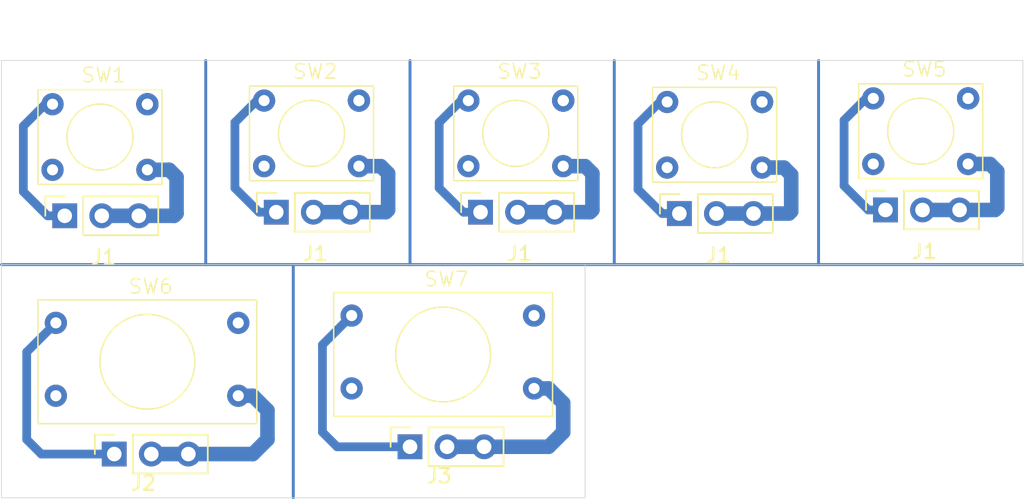
<source format=kicad_pcb>
(kicad_pcb (version 20240108) (generator "pcbnew") (generator_version "8.0")
  (layers (0 "F.Cu" signal) (31 "B.Cu" signal) (34 "B.Paste" user) (35 "F.Paste" user) (36 "B.SilkS" user "B.Silkscreen") (37 "F.SilkS" user "F.Silkscreen") (38 "B.Mask" user) (39 "F.Mask" user) (44 "Edge.Cuts" user))
  (net 0 "")
  (net 1 "GND")
  (net 2 "/D1")
  (footprint "Libreria Personal:Micro Pulsador" (layer "F.Cu") (at 102.5 66.5)
    (property "Reference" "SW1" (at -0.5 4.5 0) (layer "F.SilkS") (effects (font (thickness 0.1))))
    (property "Value" "SW_DIP_x02" (hide yes))
    (fp_rect (start -5 5.5) (end 3.5 12) (stroke (width 0.1)) (fill none) (layer "F.SilkS"))
    (fp_circle (center -0.75 8.75) (end 1.5 8.5) (stroke (width 0.1)) (fill none) (layer "F.SilkS"))
    (pad "1" thru_hole circle (at -4 6.5) (size 1.524 1.524) (drill 0.762) (layers "*.Cu" "*.Mask") (net 2 "/D1"))
    (pad "2" thru_hole circle (at 2.5 6.5) (size 1.524 1.524) (drill 0.762) (layers "*.Cu" "*.Mask"))
    (pad "2" thru_hole circle (at 2.5 6.5) (size 1.524 1.524) (drill 0.762) (layers "*.Cu" "*.Mask"))
    (pad "2" thru_hole circle (at 2.5 6.5) (size 1.524 1.524) (drill 0.762) (layers "*.Cu" "*.Mask"))
    (pad "3" thru_hole circle (at -4 11) (size 1.524 1.524) (drill 0.762) (layers "*.Cu" "*.Mask"))
    (pad "4" thru_hole circle (at 2.5 11) (size 1.524 1.524) (drill 0.762) (layers "*.Cu" "*.Mask") (net 1 "GND"))
  )
  (footprint "Connector_PinSocket_2.54mm:PinSocket_1x03_P2.54mm_Vertical" (layer "F.Cu") (at 127.835 80.405 90)
    (property "Reference" "J1" (at -2.845 2.665 180) (layer "F.SilkS"))
    (property "Value" "Conn_01x03_Pin" (hide yes))
    (fp_line (start 1.33 -1.33) (end 1.33 0) (stroke (width 0.12)) (layer "F.SilkS"))
    (fp_line (start 0 -1.33) (end 1.33 -1.33) (stroke (width 0.12)) (layer "F.SilkS"))
    (fp_line (start 1.33 1.27) (end 1.33 6.41) (stroke (width 0.12)) (layer "F.SilkS"))
    (fp_line (start -1.33 1.27) (end 1.33 1.27) (stroke (width 0.12)) (layer "F.SilkS"))
    (fp_line (start -1.33 1.27) (end -1.33 6.41) (stroke (width 0.12)) (layer "F.SilkS"))
    (fp_line (start -1.33 6.41) (end 1.33 6.41) (stroke (width 0.12)) (layer "F.SilkS"))
    (pad "1" thru_hole rect (at 0 0 90) (size 1.7 1.7) (drill 1) (layers "*.Cu" "*.Mask") (net 2 "/D1"))
    (pad "2" thru_hole oval (at 0 2.54 90) (size 1.7 1.7) (drill 1) (layers "*.Cu" "*.Mask") (net 1 "GND"))
    (pad "3" thru_hole oval (at 0 5.08 90) (size 1.7 1.7) (drill 1) (layers "*.Cu" "*.Mask") (net 1 "GND"))
  )
  (footprint "Libreria Personal:Micro Pulsador" (layer "F.Cu") (at 158.75 66.1)
    (property "Reference" "SW5" (at -0.5 4.5 0) (layer "F.SilkS") (effects (font (thickness 0.1))))
    (property "Value" "SW_DIP_x02" (hide yes))
    (fp_rect (start -5 5.5) (end 3.5 12) (stroke (width 0.1)) (fill none) (layer "F.SilkS"))
    (fp_circle (center -0.75 8.75) (end 1.5 8.5) (stroke (width 0.1)) (fill none) (layer "F.SilkS"))
    (pad "1" thru_hole circle (at -4 6.5) (size 1.524 1.524) (drill 0.762) (layers "*.Cu" "*.Mask") (net 2 "/D1"))
    (pad "2" thru_hole circle (at 2.5 6.5) (size 1.524 1.524) (drill 0.762) (layers "*.Cu" "*.Mask"))
    (pad "2" thru_hole circle (at 2.5 6.5) (size 1.524 1.524) (drill 0.762) (layers "*.Cu" "*.Mask"))
    (pad "2" thru_hole circle (at 2.5 6.5) (size 1.524 1.524) (drill 0.762) (layers "*.Cu" "*.Mask"))
    (pad "3" thru_hole circle (at -4 11) (size 1.524 1.524) (drill 0.762) (layers "*.Cu" "*.Mask"))
    (pad "4" thru_hole circle (at 2.5 11) (size 1.524 1.524) (drill 0.762) (layers "*.Cu" "*.Mask") (net 1 "GND"))
  )
  (footprint "Libreria Personal:Micro Pulsador" (layer "F.Cu") (at 117 66.25)
    (property "Reference" "SW2" (at -0.5 4.5 0) (layer "F.SilkS") (effects (font (thickness 0.1))))
    (property "Value" "SW_DIP_x02" (hide yes))
    (fp_rect (start -5 5.5) (end 3.5 12) (stroke (width 0.1)) (fill none) (layer "F.SilkS"))
    (fp_circle (center -0.75 8.75) (end 1.5 8.5) (stroke (width 0.1)) (fill none) (layer "F.SilkS"))
    (pad "1" thru_hole circle (at -4 6.5) (size 1.524 1.524) (drill 0.762) (layers "*.Cu" "*.Mask") (net 2 "/D1"))
    (pad "2" thru_hole circle (at 2.5 6.5) (size 1.524 1.524) (drill 0.762) (layers "*.Cu" "*.Mask"))
    (pad "2" thru_hole circle (at 2.5 6.5) (size 1.524 1.524) (drill 0.762) (layers "*.Cu" "*.Mask"))
    (pad "2" thru_hole circle (at 2.5 6.5) (size 1.524 1.524) (drill 0.762) (layers "*.Cu" "*.Mask"))
    (pad "3" thru_hole circle (at -4 11) (size 1.524 1.524) (drill 0.762) (layers "*.Cu" "*.Mask"))
    (pad "4" thru_hole circle (at 2.5 11) (size 1.524 1.524) (drill 0.762) (layers "*.Cu" "*.Mask") (net 1 "GND"))
  )
  (footprint "Libreria Personal:Pulsador grande" (layer "F.Cu") (at 102.5 81.917465)
    (property "Reference" "SW6" (at 2.729671 3.582535 0) (layer "F.SilkS") (effects (font (thickness 0.1))))
    (property "Value" "SW_DIP_x02" (hide yes))
    (fp_rect (start -5 4.5) (end 10 13) (stroke (width 0.1)) (fill none) (layer "F.SilkS"))
    (fp_circle (center 2.5 8.75) (end 5.5 7.5) (stroke (width 0.1)) (fill none) (layer "F.SilkS"))
    (pad "1" thru_hole circle (at -3.770329 6.082535) (size 1.524 1.524) (drill 0.762) (layers "*.Cu" "*.Mask") (net 2 "/D1"))
    (pad "2" thru_hole circle (at 8.729671 6.082535) (size 1.524 1.524) (drill 0.762) (layers "*.Cu" "*.Mask"))
    (pad "3" thru_hole circle (at -3.770329 11.082535) (size 1.524 1.524) (drill 0.762) (layers "*.Cu" "*.Mask"))
    (pad "4" thru_hole circle (at 8.729671 11.082535) (size 1.524 1.524) (drill 0.762) (layers "*.Cu" "*.Mask") (net 1 "GND"))
  )
  (footprint "Connector_PinSocket_2.54mm:PinSocket_1x03_P2.54mm_Vertical" (layer "F.Cu") (at 99.335 80.655 90)
    (property "Reference" "J1" (at -2.845 2.665 180) (layer "F.SilkS"))
    (property "Value" "Conn_01x03_Pin" (hide yes))
    (fp_line (start 1.33 -1.33) (end 1.33 0) (stroke (width 0.12)) (layer "F.SilkS"))
    (fp_line (start 0 -1.33) (end 1.33 -1.33) (stroke (width 0.12)) (layer "F.SilkS"))
    (fp_line (start 1.33 1.27) (end 1.33 6.41) (stroke (width 0.12)) (layer "F.SilkS"))
    (fp_line (start -1.33 1.27) (end 1.33 1.27) (stroke (width 0.12)) (layer "F.SilkS"))
    (fp_line (start -1.33 1.27) (end -1.33 6.41) (stroke (width 0.12)) (layer "F.SilkS"))
    (fp_line (start -1.33 6.41) (end 1.33 6.41) (stroke (width 0.12)) (layer "F.SilkS"))
    (pad "1" thru_hole rect (at 0 0 90) (size 1.7 1.7) (drill 1) (layers "*.Cu" "*.Mask") (net 2 "/D1"))
    (pad "2" thru_hole oval (at 0 2.54 90) (size 1.7 1.7) (drill 1) (layers "*.Cu" "*.Mask") (net 1 "GND"))
    (pad "3" thru_hole oval (at 0 5.08 90) (size 1.7 1.7) (drill 1) (layers "*.Cu" "*.Mask") (net 1 "GND"))
  )
  (footprint "Libreria Personal:Pulsador grande" (layer "F.Cu") (at 122.770329 81.417465)
    (property "Reference" "SW7" (at 2.729671 3.582535 0) (layer "F.SilkS") (effects (font (thickness 0.1))))
    (property "Value" "SW_DIP_x02" (hide yes))
    (fp_rect (start -5 4.5) (end 10 13) (stroke (width 0.1)) (fill none) (layer "F.SilkS"))
    (fp_circle (center 2.5 8.75) (end 5.5 7.5) (stroke (width 0.1)) (fill none) (layer "F.SilkS"))
    (pad "1" thru_hole circle (at -3.770329 6.082535) (size 1.524 1.524) (drill 0.762) (layers "*.Cu" "*.Mask") (net 2 "/D1"))
    (pad "2" thru_hole circle (at 8.729671 6.082535) (size 1.524 1.524) (drill 0.762) (layers "*.Cu" "*.Mask"))
    (pad "3" thru_hole circle (at -3.770329 11.082535) (size 1.524 1.524) (drill 0.762) (layers "*.Cu" "*.Mask"))
    (pad "4" thru_hole circle (at 8.729671 11.082535) (size 1.524 1.524) (drill 0.762) (layers "*.Cu" "*.Mask") (net 1 "GND"))
  )
  (footprint "Libreria Personal:Micro Pulsador" (layer "F.Cu") (at 144.625 66.345)
    (property "Reference" "SW4" (at -0.5 4.5 0) (layer "F.SilkS") (effects (font (thickness 0.1))))
    (property "Value" "SW_DIP_x02" (hide yes))
    (fp_rect (start -5 5.5) (end 3.5 12) (stroke (width 0.1)) (fill none) (layer "F.SilkS"))
    (fp_circle (center -0.75 8.75) (end 1.5 8.5) (stroke (width 0.1)) (fill none) (layer "F.SilkS"))
    (pad "1" thru_hole circle (at -4 6.5) (size 1.524 1.524) (drill 0.762) (layers "*.Cu" "*.Mask") (net 2 "/D1"))
    (pad "2" thru_hole circle (at 2.5 6.5) (size 1.524 1.524) (drill 0.762) (layers "*.Cu" "*.Mask"))
    (pad "2" thru_hole circle (at 2.5 6.5) (size 1.524 1.524) (drill 0.762) (layers "*.Cu" "*.Mask"))
    (pad "2" thru_hole circle (at 2.5 6.5) (size 1.524 1.524) (drill 0.762) (layers "*.Cu" "*.Mask"))
    (pad "3" thru_hole circle (at -4 11) (size 1.524 1.524) (drill 0.762) (layers "*.Cu" "*.Mask"))
    (pad "4" thru_hole circle (at 2.5 11) (size 1.524 1.524) (drill 0.762) (layers "*.Cu" "*.Mask") (net 1 "GND"))
  )
  (footprint "Libreria Personal:Micro Pulsador" (layer "F.Cu") (at 131 66.25)
    (property "Reference" "SW3" (at -0.5 4.5 0) (layer "F.SilkS") (effects (font (thickness 0.1))))
    (property "Value" "SW_DIP_x02" (hide yes))
    (fp_rect (start -5 5.5) (end 3.5 12) (stroke (width 0.1)) (fill none) (layer "F.SilkS"))
    (fp_circle (center -0.75 8.75) (end 1.5 8.5) (stroke (width 0.1)) (fill none) (layer "F.SilkS"))
    (pad "1" thru_hole circle (at -4 6.5) (size 1.524 1.524) (drill 0.762) (layers "*.Cu" "*.Mask") (net 2 "/D1"))
    (pad "2" thru_hole circle (at 2.5 6.5) (size 1.524 1.524) (drill 0.762) (layers "*.Cu" "*.Mask"))
    (pad "2" thru_hole circle (at 2.5 6.5) (size 1.524 1.524) (drill 0.762) (layers "*.Cu" "*.Mask"))
    (pad "2" thru_hole circle (at 2.5 6.5) (size 1.524 1.524) (drill 0.762) (layers "*.Cu" "*.Mask"))
    (pad "3" thru_hole circle (at -4 11) (size 1.524 1.524) (drill 0.762) (layers "*.Cu" "*.Mask"))
    (pad "4" thru_hole circle (at 2.5 11) (size 1.524 1.524) (drill 0.762) (layers "*.Cu" "*.Mask") (net 1 "GND"))
  )
  (footprint "Connector_PinSocket_2.54mm:PinSocket_1x03_P2.54mm_Vertical" (layer "F.Cu") (at 102.729671 97 90)
    (property "Reference" "J2" (at -2 2 0) (layer "F.SilkS"))
    (property "Value" "Conn_01x03_Pin" (hide yes))
    (fp_line (start 1.33 -1.33) (end 1.33 0) (stroke (width 0.12)) (layer "F.SilkS"))
    (fp_line (start 0 -1.33) (end 1.33 -1.33) (stroke (width 0.12)) (layer "F.SilkS"))
    (fp_line (start 1.33 1.27) (end 1.33 6.41) (stroke (width 0.12)) (layer "F.SilkS"))
    (fp_line (start -1.33 1.27) (end 1.33 1.27) (stroke (width 0.12)) (layer "F.SilkS"))
    (fp_line (start -1.33 1.27) (end -1.33 6.41) (stroke (width 0.12)) (layer "F.SilkS"))
    (fp_line (start -1.33 6.41) (end 1.33 6.41) (stroke (width 0.12)) (layer "F.SilkS"))
    (pad "1" thru_hole rect (at 0 0 90) (size 1.7 1.7) (drill 1) (layers "*.Cu" "*.Mask") (net 2 "/D1"))
    (pad "2" thru_hole oval (at 0 2.54 90) (size 1.7 1.7) (drill 1) (layers "*.Cu" "*.Mask") (net 1 "GND"))
    (pad "3" thru_hole oval (at 0 5.08 90) (size 1.7 1.7) (drill 1) (layers "*.Cu" "*.Mask") (net 1 "GND"))
  )
  (footprint "Connector_PinSocket_2.54mm:PinSocket_1x03_P2.54mm_Vertical" (layer "F.Cu") (at 155.585 80.255 90)
    (property "Reference" "J1" (at -2.845 2.665 180) (layer "F.SilkS"))
    (property "Value" "Conn_01x03_Pin" (hide yes))
    (fp_line (start 1.33 -1.33) (end 1.33 0) (stroke (width 0.12)) (layer "F.SilkS"))
    (fp_line (start 0 -1.33) (end 1.33 -1.33) (stroke (width 0.12)) (layer "F.SilkS"))
    (fp_line (start 1.33 1.27) (end 1.33 6.41) (stroke (width 0.12)) (layer "F.SilkS"))
    (fp_line (start -1.33 1.27) (end 1.33 1.27) (stroke (width 0.12)) (layer "F.SilkS"))
    (fp_line (start -1.33 1.27) (end -1.33 6.41) (stroke (width 0.12)) (layer "F.SilkS"))
    (fp_line (start -1.33 6.41) (end 1.33 6.41) (stroke (width 0.12)) (layer "F.SilkS"))
    (pad "1" thru_hole rect (at 0 0 90) (size 1.7 1.7) (drill 1) (layers "*.Cu" "*.Mask") (net 2 "/D1"))
    (pad "2" thru_hole oval (at 0 2.54 90) (size 1.7 1.7) (drill 1) (layers "*.Cu" "*.Mask") (net 1 "GND"))
    (pad "3" thru_hole oval (at 0 5.08 90) (size 1.7 1.7) (drill 1) (layers "*.Cu" "*.Mask") (net 1 "GND"))
  )
  (footprint "Connector_PinSocket_2.54mm:PinSocket_1x03_P2.54mm_Vertical" (layer "F.Cu") (at 141.46 80.5 90)
    (property "Reference" "J1" (at -2.845 2.665 180) (layer "F.SilkS"))
    (property "Value" "Conn_01x03_Pin" (hide yes))
    (fp_line (start 1.33 -1.33) (end 1.33 0) (stroke (width 0.12)) (layer "F.SilkS"))
    (fp_line (start 0 -1.33) (end 1.33 -1.33) (stroke (width 0.12)) (layer "F.SilkS"))
    (fp_line (start 1.33 1.27) (end 1.33 6.41) (stroke (width 0.12)) (layer "F.SilkS"))
    (fp_line (start -1.33 1.27) (end 1.33 1.27) (stroke (width 0.12)) (layer "F.SilkS"))
    (fp_line (start -1.33 1.27) (end -1.33 6.41) (stroke (width 0.12)) (layer "F.SilkS"))
    (fp_line (start -1.33 6.41) (end 1.33 6.41) (stroke (width 0.12)) (layer "F.SilkS"))
    (pad "1" thru_hole rect (at 0 0 90) (size 1.7 1.7) (drill 1) (layers "*.Cu" "*.Mask") (net 2 "/D1"))
    (pad "2" thru_hole oval (at 0 2.54 90) (size 1.7 1.7) (drill 1) (layers "*.Cu" "*.Mask") (net 1 "GND"))
    (pad "3" thru_hole oval (at 0 5.08 90) (size 1.7 1.7) (drill 1) (layers "*.Cu" "*.Mask") (net 1 "GND"))
  )
  (footprint "Connector_PinSocket_2.54mm:PinSocket_1x03_P2.54mm_Vertical" (layer "F.Cu") (at 123 96.5 90)
    (property "Reference" "J3" (at -2 2 0) (layer "F.SilkS"))
    (property "Value" "Conn_01x03_Pin" (hide yes))
    (fp_line (start 1.33 -1.33) (end 1.33 0) (stroke (width 0.12)) (layer "F.SilkS"))
    (fp_line (start 0 -1.33) (end 1.33 -1.33) (stroke (width 0.12)) (layer "F.SilkS"))
    (fp_line (start 1.33 1.27) (end 1.33 6.41) (stroke (width 0.12)) (layer "F.SilkS"))
    (fp_line (start -1.33 1.27) (end 1.33 1.27) (stroke (width 0.12)) (layer "F.SilkS"))
    (fp_line (start -1.33 1.27) (end -1.33 6.41) (stroke (width 0.12)) (layer "F.SilkS"))
    (fp_line (start -1.33 6.41) (end 1.33 6.41) (stroke (width 0.12)) (layer "F.SilkS"))
    (pad "1" thru_hole rect (at 0 0 90) (size 1.7 1.7) (drill 1) (layers "*.Cu" "*.Mask") (net 2 "/D1"))
    (pad "2" thru_hole oval (at 0 2.54 90) (size 1.7 1.7) (drill 1) (layers "*.Cu" "*.Mask") (net 1 "GND"))
    (pad "3" thru_hole oval (at 0 5.08 90) (size 1.7 1.7) (drill 1) (layers "*.Cu" "*.Mask") (net 1 "GND"))
  )
  (footprint "Connector_PinSocket_2.54mm:PinSocket_1x03_P2.54mm_Vertical" (layer "F.Cu") (at 113.835 80.405 90)
    (property "Reference" "J1" (at -2.845 2.665 180) (layer "F.SilkS"))
    (property "Value" "Conn_01x03_Pin" (hide yes))
    (fp_line (start 1.33 -1.33) (end 1.33 0) (stroke (width 0.12)) (layer "F.SilkS"))
    (fp_line (start 0 -1.33) (end 1.33 -1.33) (stroke (width 0.12)) (layer "F.SilkS"))
    (fp_line (start 1.33 1.27) (end 1.33 6.41) (stroke (width 0.12)) (layer "F.SilkS"))
    (fp_line (start -1.33 1.27) (end 1.33 1.27) (stroke (width 0.12)) (layer "F.SilkS"))
    (fp_line (start -1.33 1.27) (end -1.33 6.41) (stroke (width 0.12)) (layer "F.SilkS"))
    (fp_line (start -1.33 6.41) (end 1.33 6.41) (stroke (width 0.12)) (layer "F.SilkS"))
    (pad "1" thru_hole rect (at 0 0 90) (size 1.7 1.7) (drill 1) (layers "*.Cu" "*.Mask") (net 2 "/D1"))
    (pad "2" thru_hole oval (at 0 2.54 90) (size 1.7 1.7) (drill 1) (layers "*.Cu" "*.Mask") (net 1 "GND"))
    (pad "3" thru_hole oval (at 0 5.08 90) (size 1.7 1.7) (drill 1) (layers "*.Cu" "*.Mask") (net 1 "GND"))
  )
  (gr_line (start 151 84) (end 151 70) (stroke (width 0.2)) (layer "B.Cu"))
  (gr_line (start 95 84) (end 165 84) (stroke (width 0.2)) (layer "B.Cu"))
  (gr_line (start 137 70) (end 137 84) (stroke (width 0.2)) (layer "B.Cu"))
  (gr_line (start 109 70) (end 109 84) (stroke (width 0.2)) (layer "B.Cu"))
  (gr_line (start 123 84) (end 123 70) (stroke (width 0.2)) (layer "B.Cu"))
  (gr_line (start 115 100) (end 115 84) (stroke (width 0.2)) (layer "B.Cu"))
  (gr_line (start 95 70) (end 165 70) (stroke (width 0.05)) (layer "Edge.Cuts"))
  (gr_line (start 95 84) (end 95 100) (stroke (width 0.05)) (layer "Edge.Cuts"))
  (gr_line (start 95 100) (end 135 100) (stroke (width 0.05)) (layer "Edge.Cuts"))
  (gr_line (start 135 100) (end 135 84) (stroke (width 0.05)) (layer "Edge.Cuts"))
  (gr_line (start 165 70) (end 165 84) (stroke (width 0.05)) (layer "Edge.Cuts"))
  (gr_line (start 165 84) (end 95 84) (stroke (width 0.05)) (layer "Edge.Cuts"))
  (gr_line (start 95 84) (end 95 70) (stroke (width 0.05)) (layer "Edge.Cuts"))
  (segment (start 121.5 80.25) (end 121.5 77.75) (width 1) (layer "B.Cu") (net 1))
  (segment (start 160.665 80.255) (end 163.095 80.255) (width 1) (layer "B.Cu") (net 1))
  (segment (start 116.375 80.405) (end 118.915 80.405) (width 1) (layer "B.Cu") (net 1))
  (segment (start 113.229671 96) (end 113.229671 94) (width 1) (layer "B.Cu") (net 1))
  (segment (start 125.54 96.5) (end 128.08 96.5) (width 1) (layer "B.Cu") (net 1))
  (segment (start 147.125 77.345) (end 148.625 77.345) (width 1) (layer "B.Cu") (net 1))
  (segment (start 118.915 80.405) (end 121.345 80.405) (width 1) (layer "B.Cu") (net 1))
  (segment (start 121 77.25) (end 121.5 77.75) (width 1) (layer "B.Cu") (net 1))
  (segment (start 148.97 80.5) (end 149.125 80.345) (width 1) (layer "B.Cu") (net 1))
  (segment (start 112.229671 93) (end 111.229671 93) (width 1) (layer "B.Cu") (net 1))
  (segment (start 163.095 80.255) (end 163.25 80.1) (width 1) (layer "B.Cu") (net 1))
  (segment (start 132.5 96.5) (end 133.5 95.5) (width 1) (layer "B.Cu") (net 1))
  (segment (start 113.229671 94) (end 112.229671 93) (width 1) (layer "B.Cu") (net 1))
  (segment (start 149.125 80.345) (end 149.125 77.845) (width 1) (layer "B.Cu") (net 1))
  (segment (start 133.5 95.5) (end 133.5 93.5) (width 1) (layer "B.Cu") (net 1))
  (segment (start 135.5 80.25) (end 135.5 77.75) (width 1) (layer "B.Cu") (net 1))
  (segment (start 106.5 77.5) (end 107 78) (width 1) (layer "B.Cu") (net 1))
  (segment (start 133.5 93.5) (end 132.5 92.5) (width 1) (layer "B.Cu") (net 1))
  (segment (start 106.845 80.655) (end 107 80.5) (width 1) (layer "B.Cu") (net 1))
  (segment (start 105.269671 97) (end 107.809671 97) (width 1) (layer "B.Cu") (net 1))
  (segment (start 132.915 80.405) (end 135.345 80.405) (width 1) (layer "B.Cu") (net 1))
  (segment (start 107 80.5) (end 107 78) (width 1) (layer "B.Cu") (net 1))
  (segment (start 146.54 80.5) (end 148.97 80.5) (width 1) (layer "B.Cu") (net 1))
  (segment (start 162.75 77.1) (end 163.25 77.6) (width 1) (layer "B.Cu") (net 1))
  (segment (start 105 77.5) (end 106.5 77.5) (width 1) (layer "B.Cu") (net 1))
  (segment (start 148.625 77.345) (end 149.125 77.845) (width 1) (layer "B.Cu") (net 1))
  (segment (start 121.345 80.405) (end 121.5 80.25) (width 1) (layer "B.Cu") (net 1))
  (segment (start 104.415 80.655) (end 106.845 80.655) (width 1) (layer "B.Cu") (net 1))
  (segment (start 119.5 77.25) (end 121 77.25) (width 1) (layer "B.Cu") (net 1))
  (segment (start 158.125 80.255) (end 160.665 80.255) (width 1) (layer "B.Cu") (net 1))
  (segment (start 112.229671 97) (end 113.229671 96) (width 1) (layer "B.Cu") (net 1))
  (segment (start 144 80.5) (end 146.54 80.5) (width 1) (layer "B.Cu") (net 1))
  (segment (start 163.25 80.1) (end 163.25 77.6) (width 1) (layer "B.Cu") (net 1))
  (segment (start 101.875 80.655) (end 104.415 80.655) (width 1) (layer "B.Cu") (net 1))
  (segment (start 133.5 77.25) (end 135 77.25) (width 1) (layer "B.Cu") (net 1))
  (segment (start 132.5 92.5) (end 131.5 92.5) (width 1) (layer "B.Cu") (net 1))
  (segment (start 128.08 96.5) (end 132.5 96.5) (width 1) (layer "B.Cu") (net 1))
  (segment (start 135 77.25) (end 135.5 77.75) (width 1) (layer "B.Cu") (net 1))
  (segment (start 161.25 77.1) (end 162.75 77.1) (width 1) (layer "B.Cu") (net 1))
  (segment (start 107.809671 97) (end 112.229671 97) (width 1) (layer "B.Cu") (net 1))
  (segment (start 130.375 80.405) (end 132.915 80.405) (width 1) (layer "B.Cu") (net 1))
  (segment (start 135.345 80.405) (end 135.5 80.25) (width 1) (layer "B.Cu") (net 1))
  (segment (start 152.75 78.6) (end 152.75 74.1) (width 0.6) (layer "B.Cu") (net 2))
  (segment (start 154.25 72.6) (end 154.75 72.6) (width 0.6) (layer "B.Cu") (net 2))
  (segment (start 97.729671 97) (end 96.729671 96) (width 0.6) (layer "B.Cu") (net 2))
  (segment (start 125 78.75) (end 125 74.25) (width 0.6) (layer "B.Cu") (net 2))
  (segment (start 102.729671 97) (end 97.729671 97) (width 0.6) (layer "B.Cu") (net 2))
  (segment (start 155.585 80.255) (end 154.405 80.255) (width 0.6) (layer "B.Cu") (net 2))
  (segment (start 111 78.75) (end 111 74.25) (width 0.6) (layer "B.Cu") (net 2))
  (segment (start 118 96.5) (end 117 95.5) (width 0.6) (layer "B.Cu") (net 2))
  (segment (start 138.625 74.345) (end 140.125 72.845) (width 0.6) (layer "B.Cu") (net 2))
  (segment (start 96.729671 90) (end 98.729671 88) (width 0.6) (layer "B.Cu") (net 2))
  (segment (start 125 74.25) (end 126.5 72.75) (width 0.6) (layer "B.Cu") (net 2))
  (segment (start 138.625 78.845) (end 138.625 74.345) (width 0.6) (layer "B.Cu") (net 2))
  (segment (start 140.28 80.5) (end 138.625 78.845) (width 0.6) (layer "B.Cu") (net 2))
  (segment (start 98.155 80.655) (end 96.5 79) (width 0.6) (layer "B.Cu") (net 2))
  (segment (start 126.655 80.405) (end 125 78.75) (width 0.6) (layer "B.Cu") (net 2))
  (segment (start 99.335 80.655) (end 98.155 80.655) (width 0.6) (layer "B.Cu") (net 2))
  (segment (start 141.46 80.5) (end 140.28 80.5) (width 0.6) (layer "B.Cu") (net 2))
  (segment (start 113.835 80.405) (end 112.655 80.405) (width 0.6) (layer "B.Cu") (net 2))
  (segment (start 126.5 72.75) (end 127 72.75) (width 0.6) (layer "B.Cu") (net 2))
  (segment (start 154.405 80.255) (end 152.75 78.6) (width 0.6) (layer "B.Cu") (net 2))
  (segment (start 111 74.25) (end 112.5 72.75) (width 0.6) (layer "B.Cu") (net 2))
  (segment (start 98 73) (end 98.5 73) (width 0.6) (layer "B.Cu") (net 2))
  (segment (start 112.5 72.75) (end 113 72.75) (width 0.6) (layer "B.Cu") (net 2))
  (segment (start 96.729671 96) (end 96.729671 90) (width 0.6) (layer "B.Cu") (net 2))
  (segment (start 96.5 79) (end 96.5 74.5) (width 0.6) (layer "B.Cu") (net 2))
  (segment (start 140.125 72.845) (end 140.625 72.845) (width 0.6) (layer "B.Cu") (net 2))
  (segment (start 152.75 74.1) (end 154.25 72.6) (width 0.6) (layer "B.Cu") (net 2))
  (segment (start 117 95.5) (end 117 89.5) (width 0.6) (layer "B.Cu") (net 2))
  (segment (start 127.835 80.405) (end 126.655 80.405) (width 0.6) (layer "B.Cu") (net 2))
  (segment (start 123 96.5) (end 118 96.5) (width 0.6) (layer "B.Cu") (net 2))
  (segment (start 112.655 80.405) (end 111 78.75) (width 0.6) (layer "B.Cu") (net 2))
  (segment (start 96.5 74.5) (end 98 73) (width 0.6) (layer "B.Cu") (net 2))
  (segment (start 117 89.5) (end 119 87.5) (width 0.6) (layer "B.Cu") (net 2))
)
</source>
